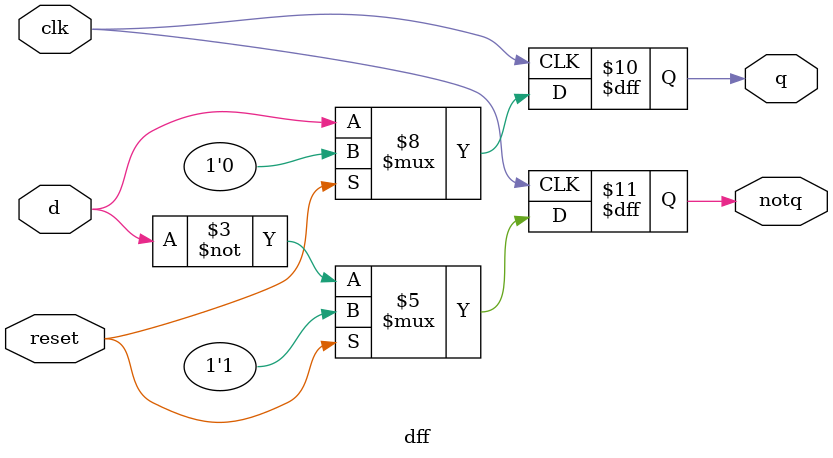
<source format=v>
module dff(q,notq,d,clk,reset);
input d,clk,reset;
output q, notq;  			//Tested and fully functional
reg q, notq;

/* always @(reset)
begin
	if(reset == 1'b1)
	begin
		q = 1'b0;
		notq = 1'b1;
	end
end
*/

always@(negedge clk)
begin
	if(reset == 1'b1)
	begin
		q = 1'b0;
		notq = 1'b1;
	end
	else
	begin
		q = d;
		notq = ~q;
	end
end
endmodule


</source>
